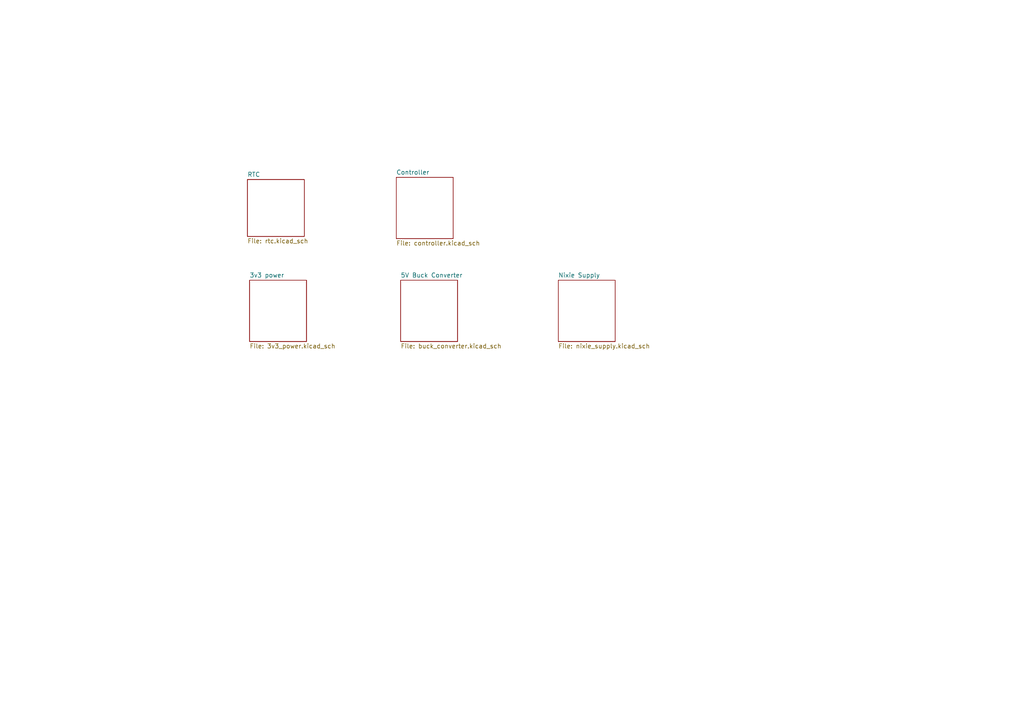
<source format=kicad_sch>
(kicad_sch (version 20211123) (generator eeschema)
  (paper "A4")
  (lib_symbols)
  (sheet (at 116.205 81.28) (size 16.51 17.78)
    (property "Sheet name" "5V Buck Converter" (at 116.205 80.5684 0) (effects (justify left bottom)))
    (property "Sheet file" "buck_converter.kicad_sch" (at 116.205 99.6446 0) (effects (justify left top)))
  )
  (sheet (at 161.925 81.28) (size 16.51 17.78)
    (property "Sheet name" "Nixie Supply" (at 161.925 80.5684 0) (effects (justify left bottom)))
    (property "Sheet file" "nixie_supply.kicad_sch" (at 161.925 99.6446 0) (effects (justify left top)))
  )
  (sheet (at 72.39 81.28) (size 16.51 17.78) (stroke (width 0.1524))
    (property "Sheet name" "3v3 power" (at 72.39 80.5684 0) (effects (justify left bottom)))
    (property "Sheet file" "3v3_power.kicad_sch" (at 72.39 99.6446 0) (effects (justify left top)))
  )
  (sheet (at 114.935 51.435) (size 16.51 17.78) (stroke (width 0.1524))
    (property "Sheet name" "Controller" (at 114.935 50.7234 0) (effects (justify left bottom)))
    (property "Sheet file" "controller.kicad_sch" (at 114.935 69.7996 0) (effects (justify left top)))
  )
  (sheet (at 71.755 52.07) (size 16.51 16.51) (stroke (width 0.1524))
    (property "Sheet name" "RTC" (at 71.755 51.3584 0) (effects (justify left bottom)))
    (property "Sheet file" "rtc.kicad_sch" (at 71.755 69.1646 0) (effects (justify left top)))
  )
)
</source>
